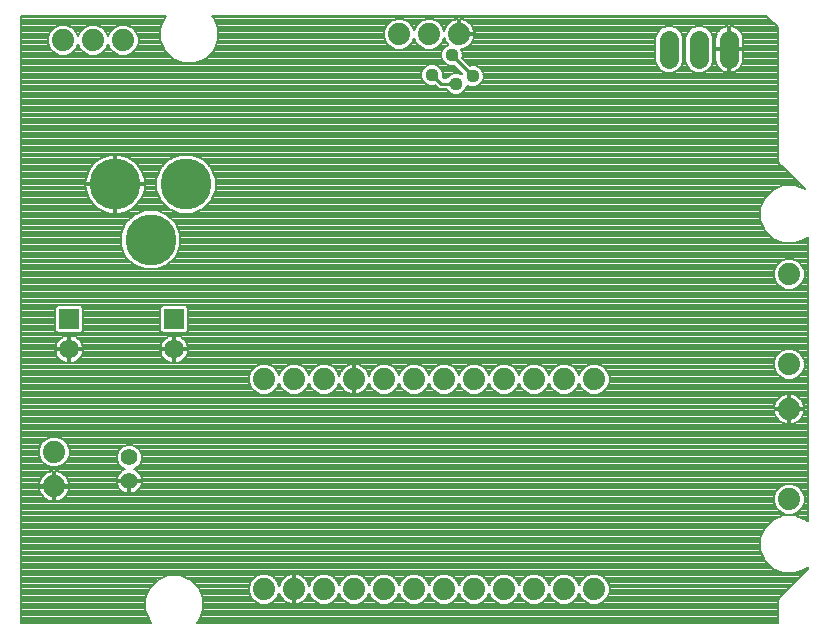
<source format=gbl>
G75*
G70*
%OFA0B0*%
%FSLAX24Y24*%
%IPPOS*%
%LPD*%
%AMOC8*
5,1,8,0,0,1.08239X$1,22.5*
%
%ADD10C,0.0740*%
%ADD11C,0.0640*%
%ADD12R,0.0650X0.0650*%
%ADD13C,0.0650*%
%ADD14C,0.0560*%
%ADD15C,0.1700*%
%ADD16C,0.0080*%
%ADD17C,0.0100*%
%ADD18C,0.0440*%
D10*
X008800Y001825D03*
X009800Y001825D03*
X010800Y001825D03*
X011800Y001825D03*
X012800Y001825D03*
X013800Y001825D03*
X014800Y001825D03*
X015800Y001825D03*
X016800Y001825D03*
X017800Y001825D03*
X018800Y001825D03*
X019800Y001825D03*
X026300Y004825D03*
X026300Y007825D03*
X026300Y009325D03*
X026300Y012325D03*
X019800Y008825D03*
X018800Y008825D03*
X017800Y008825D03*
X016800Y008825D03*
X015800Y008825D03*
X014800Y008825D03*
X013800Y008825D03*
X012800Y008825D03*
X011800Y008825D03*
X010800Y008825D03*
X009800Y008825D03*
X008800Y008825D03*
X001800Y006395D03*
X001800Y005255D03*
X002100Y020125D03*
X003100Y020125D03*
X004100Y020125D03*
X013300Y020325D03*
X014300Y020325D03*
X015300Y020325D03*
D11*
X022300Y020145D02*
X022300Y019505D01*
X023300Y019505D02*
X023300Y020145D01*
X024300Y020145D02*
X024300Y019505D01*
D12*
X005800Y010825D03*
X002300Y010825D03*
D13*
X002300Y009825D03*
X005800Y009825D03*
D14*
X004300Y006219D03*
X004300Y005431D03*
D15*
X005013Y013475D03*
X006194Y015325D03*
X003831Y015325D03*
D16*
X000690Y020935D02*
X000690Y000715D01*
X005038Y000715D01*
X004978Y000776D01*
X004830Y001132D01*
X004830Y001518D01*
X004978Y001874D01*
X005251Y002147D01*
X005607Y002295D01*
X005993Y002295D01*
X006349Y002147D01*
X006622Y001874D01*
X006770Y001518D01*
X006770Y001132D01*
X006622Y000776D01*
X006562Y000715D01*
X025910Y000715D01*
X025910Y001403D01*
X025969Y001546D01*
X026079Y001656D01*
X026910Y002487D01*
X026910Y002563D01*
X026849Y002503D01*
X026493Y002355D01*
X026107Y002355D01*
X025751Y002503D01*
X025478Y002776D01*
X025330Y003132D01*
X025330Y003518D01*
X025478Y003874D01*
X025751Y004147D01*
X026107Y004295D01*
X026493Y004295D01*
X026849Y004147D01*
X026910Y004087D01*
X026910Y013563D01*
X026849Y013503D01*
X026493Y013355D01*
X026107Y013355D01*
X025751Y013503D01*
X025478Y013776D01*
X025330Y014132D01*
X025330Y014518D01*
X025478Y014874D01*
X025751Y015147D01*
X026107Y015295D01*
X026493Y015295D01*
X026810Y015164D01*
X026079Y015894D01*
X026079Y015894D01*
X025969Y016004D01*
X025910Y016147D01*
X025910Y020563D01*
X025538Y020935D01*
X007062Y020935D01*
X007122Y020874D01*
X007270Y020518D01*
X007270Y020132D01*
X007122Y019776D01*
X006849Y019503D01*
X006493Y019355D01*
X006107Y019355D01*
X005751Y019503D01*
X005478Y019776D01*
X005330Y020132D01*
X005330Y020518D01*
X005478Y020874D01*
X005538Y020935D01*
X000690Y020935D01*
X000690Y020892D02*
X005495Y020892D01*
X005453Y020814D02*
X000690Y020814D01*
X000690Y020735D02*
X005420Y020735D01*
X005388Y020657D02*
X000690Y020657D01*
X000690Y020578D02*
X001861Y020578D01*
X001811Y020557D02*
X001668Y020414D01*
X001590Y020226D01*
X001590Y020024D01*
X001668Y019836D01*
X001811Y019693D01*
X001999Y019615D01*
X002201Y019615D01*
X002389Y019693D01*
X002532Y019836D01*
X002600Y019999D01*
X002668Y019836D01*
X002811Y019693D01*
X002999Y019615D01*
X003201Y019615D01*
X003389Y019693D01*
X003532Y019836D01*
X003600Y019999D01*
X003668Y019836D01*
X003811Y019693D01*
X003999Y019615D01*
X004201Y019615D01*
X004389Y019693D01*
X004532Y019836D01*
X004610Y020024D01*
X004610Y020226D01*
X004532Y020414D01*
X004389Y020557D01*
X004201Y020635D01*
X003999Y020635D01*
X003811Y020557D01*
X003668Y020414D01*
X003600Y020251D01*
X003532Y020414D01*
X003389Y020557D01*
X003201Y020635D01*
X002999Y020635D01*
X002811Y020557D01*
X002668Y020414D01*
X002600Y020251D01*
X002532Y020414D01*
X002389Y020557D01*
X002201Y020635D01*
X001999Y020635D01*
X001811Y020557D01*
X001753Y020500D02*
X000690Y020500D01*
X000690Y020421D02*
X001675Y020421D01*
X001638Y020343D02*
X000690Y020343D01*
X000690Y020264D02*
X001606Y020264D01*
X001590Y020186D02*
X000690Y020186D01*
X000690Y020107D02*
X001590Y020107D01*
X001590Y020029D02*
X000690Y020029D01*
X000690Y019950D02*
X001620Y019950D01*
X001653Y019872D02*
X000690Y019872D01*
X000690Y019793D02*
X001711Y019793D01*
X001789Y019715D02*
X000690Y019715D01*
X000690Y019636D02*
X001948Y019636D01*
X002252Y019636D02*
X002948Y019636D01*
X002789Y019715D02*
X002411Y019715D01*
X002489Y019793D02*
X002711Y019793D01*
X002653Y019872D02*
X002547Y019872D01*
X002580Y019950D02*
X002620Y019950D01*
X002606Y020264D02*
X002594Y020264D01*
X002562Y020343D02*
X002638Y020343D01*
X002675Y020421D02*
X002525Y020421D01*
X002447Y020500D02*
X002753Y020500D01*
X002861Y020578D02*
X002339Y020578D01*
X003339Y020578D02*
X003861Y020578D01*
X003753Y020500D02*
X003447Y020500D01*
X003525Y020421D02*
X003675Y020421D01*
X003638Y020343D02*
X003562Y020343D01*
X003594Y020264D02*
X003606Y020264D01*
X003620Y019950D02*
X003580Y019950D01*
X003547Y019872D02*
X003653Y019872D01*
X003711Y019793D02*
X003489Y019793D01*
X003411Y019715D02*
X003789Y019715D01*
X003948Y019636D02*
X003252Y019636D01*
X004252Y019636D02*
X005617Y019636D01*
X005539Y019715D02*
X004411Y019715D01*
X004489Y019793D02*
X005470Y019793D01*
X005438Y019872D02*
X004547Y019872D01*
X004580Y019950D02*
X005405Y019950D01*
X005373Y020029D02*
X004610Y020029D01*
X004610Y020107D02*
X005340Y020107D01*
X005330Y020186D02*
X004610Y020186D01*
X004594Y020264D02*
X005330Y020264D01*
X005330Y020343D02*
X004562Y020343D01*
X004525Y020421D02*
X005330Y020421D01*
X005330Y020500D02*
X004447Y020500D01*
X004339Y020578D02*
X005355Y020578D01*
X007105Y020892D02*
X025581Y020892D01*
X025660Y020814D02*
X015447Y020814D01*
X015419Y020822D02*
X015496Y020798D01*
X015567Y020761D01*
X015632Y020714D01*
X015689Y020657D01*
X015736Y020592D01*
X015773Y020521D01*
X015797Y020444D01*
X015810Y020365D01*
X015810Y020365D01*
X015340Y020365D01*
X015260Y020365D01*
X015260Y020835D01*
X015260Y020835D01*
X015181Y020822D01*
X015104Y020798D01*
X015033Y020761D01*
X014968Y020714D01*
X014911Y020657D01*
X014864Y020592D01*
X014827Y020521D01*
X014803Y020444D01*
X014732Y020614D01*
X014589Y020757D01*
X014401Y020835D01*
X014199Y020835D01*
X014011Y020757D01*
X013868Y020614D01*
X013800Y020451D01*
X013732Y020614D01*
X013589Y020757D01*
X013401Y020835D01*
X013199Y020835D01*
X013011Y020757D01*
X012868Y020614D01*
X012790Y020426D01*
X012790Y020224D01*
X012868Y020036D01*
X013011Y019893D01*
X013199Y019815D01*
X013401Y019815D01*
X013589Y019893D01*
X013732Y020036D01*
X013800Y020199D01*
X013868Y020036D01*
X014011Y019893D01*
X014199Y019815D01*
X014401Y019815D01*
X014589Y019893D01*
X014732Y020036D01*
X014803Y020206D01*
X014803Y020206D01*
X014827Y020129D01*
X014864Y020058D01*
X014911Y019993D01*
X014936Y019968D01*
X014846Y019930D01*
X014745Y019829D01*
X014690Y019697D01*
X014690Y019553D01*
X014745Y019421D01*
X014846Y019320D01*
X014978Y019265D01*
X015122Y019265D01*
X015136Y019271D01*
X015396Y019011D01*
X015390Y018997D01*
X015390Y018986D01*
X015272Y019035D01*
X015128Y019035D01*
X014996Y018980D01*
X014931Y018915D01*
X014921Y018915D01*
X014871Y018865D01*
X014779Y018865D01*
X014754Y018889D01*
X014760Y018903D01*
X014760Y019047D01*
X014705Y019179D01*
X014604Y019280D01*
X014472Y019335D01*
X014328Y019335D01*
X014196Y019280D01*
X014095Y019179D01*
X014040Y019047D01*
X014040Y018903D01*
X014095Y018771D01*
X014196Y018670D01*
X014328Y018615D01*
X014472Y018615D01*
X014486Y018621D01*
X014510Y018596D01*
X014621Y018485D01*
X014889Y018485D01*
X014895Y018471D01*
X014996Y018370D01*
X015128Y018315D01*
X015272Y018315D01*
X015404Y018370D01*
X015505Y018471D01*
X015560Y018603D01*
X015560Y018614D01*
X015678Y018565D01*
X015822Y018565D01*
X015954Y018620D01*
X016055Y018721D01*
X016110Y018853D01*
X016110Y018997D01*
X016055Y019129D01*
X015954Y019230D01*
X015822Y019285D01*
X015678Y019285D01*
X015664Y019279D01*
X015404Y019539D01*
X015410Y019553D01*
X015410Y019697D01*
X015360Y019818D01*
X015419Y019828D01*
X015496Y019852D01*
X015567Y019889D01*
X015632Y019936D01*
X015689Y019993D01*
X015736Y020058D01*
X015773Y020129D01*
X015797Y020206D01*
X015810Y020285D01*
X015340Y020285D01*
X015340Y020365D01*
X015340Y020835D01*
X015340Y020835D01*
X015419Y020822D01*
X015340Y020814D02*
X015260Y020814D01*
X015260Y020735D02*
X015340Y020735D01*
X015340Y020657D02*
X015260Y020657D01*
X015260Y020578D02*
X015340Y020578D01*
X015340Y020500D02*
X015260Y020500D01*
X015260Y020421D02*
X015340Y020421D01*
X015340Y020343D02*
X021884Y020343D01*
X021910Y020406D02*
X021840Y020236D01*
X021840Y019413D01*
X021910Y019244D01*
X022039Y019115D01*
X022208Y019045D01*
X022391Y019045D01*
X022561Y019115D01*
X022690Y019244D01*
X022760Y019413D01*
X022760Y020236D01*
X022690Y020406D01*
X022561Y020535D01*
X022391Y020605D01*
X022208Y020605D01*
X022039Y020535D01*
X021910Y020406D01*
X021926Y020421D02*
X015801Y020421D01*
X015780Y020500D02*
X022004Y020500D01*
X022143Y020578D02*
X015743Y020578D01*
X015689Y020657D02*
X025817Y020657D01*
X025738Y020735D02*
X015603Y020735D01*
X015153Y020814D02*
X014453Y020814D01*
X014611Y020735D02*
X014997Y020735D01*
X014911Y020657D02*
X014690Y020657D01*
X014747Y020578D02*
X014857Y020578D01*
X014820Y020500D02*
X014780Y020500D01*
X014803Y020444D02*
X014803Y020444D01*
X014794Y020186D02*
X014809Y020186D01*
X014839Y020107D02*
X014762Y020107D01*
X014725Y020029D02*
X014885Y020029D01*
X014894Y019950D02*
X014646Y019950D01*
X014538Y019872D02*
X014787Y019872D01*
X014730Y019793D02*
X007129Y019793D01*
X007162Y019872D02*
X013062Y019872D01*
X012954Y019950D02*
X007195Y019950D01*
X007227Y020029D02*
X012875Y020029D01*
X012838Y020107D02*
X007260Y020107D01*
X007270Y020186D02*
X012806Y020186D01*
X012790Y020264D02*
X007270Y020264D01*
X007270Y020343D02*
X012790Y020343D01*
X012790Y020421D02*
X007270Y020421D01*
X007270Y020500D02*
X012820Y020500D01*
X012853Y020578D02*
X007245Y020578D01*
X007212Y020657D02*
X012910Y020657D01*
X012989Y020735D02*
X007180Y020735D01*
X007147Y020814D02*
X013147Y020814D01*
X013453Y020814D02*
X014147Y020814D01*
X013989Y020735D02*
X013611Y020735D01*
X013690Y020657D02*
X013910Y020657D01*
X013853Y020578D02*
X013747Y020578D01*
X013780Y020500D02*
X013820Y020500D01*
X013806Y020186D02*
X013794Y020186D01*
X013762Y020107D02*
X013838Y020107D01*
X013875Y020029D02*
X013725Y020029D01*
X013646Y019950D02*
X013954Y019950D01*
X014062Y019872D02*
X013538Y019872D01*
X014297Y019322D02*
X000690Y019322D01*
X000690Y019244D02*
X014159Y019244D01*
X014089Y019165D02*
X000690Y019165D01*
X000690Y019087D02*
X014057Y019087D01*
X014040Y019008D02*
X000690Y019008D01*
X000690Y018930D02*
X014040Y018930D01*
X014062Y018851D02*
X000690Y018851D01*
X000690Y018773D02*
X014094Y018773D01*
X014172Y018694D02*
X000690Y018694D01*
X000690Y018616D02*
X014327Y018616D01*
X014473Y018616D02*
X014491Y018616D01*
X014569Y018537D02*
X000690Y018537D01*
X000690Y018459D02*
X014907Y018459D01*
X014986Y018380D02*
X000690Y018380D01*
X000690Y018302D02*
X025910Y018302D01*
X025910Y018380D02*
X015414Y018380D01*
X015493Y018459D02*
X025910Y018459D01*
X025910Y018537D02*
X015533Y018537D01*
X015944Y018616D02*
X025910Y018616D01*
X025910Y018694D02*
X016028Y018694D01*
X016077Y018773D02*
X025910Y018773D01*
X025910Y018851D02*
X016109Y018851D01*
X016110Y018930D02*
X025910Y018930D01*
X025910Y019008D02*
X016105Y019008D01*
X016073Y019087D02*
X022108Y019087D01*
X021989Y019165D02*
X016019Y019165D01*
X015922Y019244D02*
X021911Y019244D01*
X021878Y019322D02*
X015622Y019322D01*
X015543Y019401D02*
X021845Y019401D01*
X021840Y019479D02*
X015465Y019479D01*
X015410Y019558D02*
X021840Y019558D01*
X021840Y019636D02*
X015410Y019636D01*
X015403Y019715D02*
X021840Y019715D01*
X021840Y019793D02*
X015370Y019793D01*
X015533Y019872D02*
X021840Y019872D01*
X021840Y019950D02*
X015646Y019950D01*
X015715Y020029D02*
X021840Y020029D01*
X021840Y020107D02*
X015761Y020107D01*
X015791Y020186D02*
X021840Y020186D01*
X021851Y020264D02*
X015807Y020264D01*
X015810Y020285D02*
X015810Y020285D01*
X014697Y019715D02*
X007061Y019715D01*
X006983Y019636D02*
X014690Y019636D01*
X014690Y019558D02*
X006904Y019558D01*
X006792Y019479D02*
X014721Y019479D01*
X014765Y019401D02*
X006603Y019401D01*
X005997Y019401D02*
X000690Y019401D01*
X000690Y019479D02*
X005808Y019479D01*
X005696Y019558D02*
X000690Y019558D01*
X000690Y018223D02*
X025910Y018223D01*
X025910Y018145D02*
X000690Y018145D01*
X000690Y018066D02*
X025910Y018066D01*
X025910Y017988D02*
X000690Y017988D01*
X000690Y017909D02*
X025910Y017909D01*
X025910Y017831D02*
X000690Y017831D01*
X000690Y017752D02*
X025910Y017752D01*
X025910Y017674D02*
X000690Y017674D01*
X000690Y017595D02*
X025910Y017595D01*
X025910Y017517D02*
X000690Y017517D01*
X000690Y017438D02*
X025910Y017438D01*
X025910Y017360D02*
X000690Y017360D01*
X000690Y017281D02*
X025910Y017281D01*
X025910Y017203D02*
X000690Y017203D01*
X000690Y017124D02*
X025910Y017124D01*
X025910Y017046D02*
X000690Y017046D01*
X000690Y016967D02*
X025910Y016967D01*
X025910Y016889D02*
X000690Y016889D01*
X000690Y016810D02*
X025910Y016810D01*
X025910Y016732D02*
X000690Y016732D01*
X000690Y016653D02*
X025910Y016653D01*
X025910Y016575D02*
X000690Y016575D01*
X000690Y016496D02*
X025910Y016496D01*
X025910Y016418D02*
X000690Y016418D01*
X000690Y016339D02*
X025910Y016339D01*
X025910Y016261D02*
X006522Y016261D01*
X006391Y016315D02*
X005997Y016315D01*
X005633Y016164D01*
X005354Y015886D01*
X005204Y015522D01*
X005204Y015128D01*
X005354Y014764D01*
X005633Y014486D01*
X005997Y014335D01*
X006391Y014335D01*
X006754Y014486D01*
X007033Y014764D01*
X007184Y015128D01*
X007184Y015522D01*
X007033Y015886D01*
X006754Y016164D01*
X006391Y016315D01*
X006712Y016182D02*
X025910Y016182D01*
X025928Y016104D02*
X006815Y016104D01*
X006894Y016025D02*
X025961Y016025D01*
X026027Y015947D02*
X006972Y015947D01*
X007040Y015868D02*
X026105Y015868D01*
X026184Y015790D02*
X007073Y015790D01*
X007105Y015711D02*
X026262Y015711D01*
X026341Y015633D02*
X007138Y015633D01*
X007170Y015554D02*
X026419Y015554D01*
X026498Y015476D02*
X007184Y015476D01*
X007184Y015397D02*
X026576Y015397D01*
X026655Y015319D02*
X007184Y015319D01*
X007184Y015240D02*
X025975Y015240D01*
X025785Y015162D02*
X007184Y015162D01*
X007165Y015083D02*
X025686Y015083D01*
X025608Y015005D02*
X007133Y015005D01*
X007100Y014926D02*
X025529Y014926D01*
X025467Y014848D02*
X007068Y014848D01*
X007035Y014769D02*
X025434Y014769D01*
X025402Y014691D02*
X006959Y014691D01*
X006881Y014612D02*
X025369Y014612D01*
X025337Y014534D02*
X006802Y014534D01*
X006680Y014455D02*
X025330Y014455D01*
X025330Y014377D02*
X006491Y014377D01*
X005896Y014377D02*
X005422Y014377D01*
X005573Y014314D02*
X005210Y014465D01*
X004816Y014465D01*
X004452Y014314D01*
X004173Y014035D01*
X004023Y013672D01*
X004023Y013278D01*
X004173Y012914D01*
X004452Y012635D01*
X004816Y012485D01*
X005210Y012485D01*
X005573Y012635D01*
X005852Y012914D01*
X006003Y013278D01*
X006003Y013672D01*
X005852Y014035D01*
X005573Y014314D01*
X005589Y014298D02*
X025330Y014298D01*
X025330Y014220D02*
X005668Y014220D01*
X005746Y014141D02*
X025330Y014141D01*
X025359Y014063D02*
X005825Y014063D01*
X005873Y013984D02*
X025391Y013984D01*
X025424Y013906D02*
X005906Y013906D01*
X005938Y013827D02*
X025456Y013827D01*
X025505Y013749D02*
X005971Y013749D01*
X006003Y013670D02*
X025583Y013670D01*
X025662Y013592D02*
X006003Y013592D01*
X006003Y013513D02*
X025740Y013513D01*
X025915Y013435D02*
X006003Y013435D01*
X006003Y013356D02*
X026105Y013356D01*
X026495Y013356D02*
X026910Y013356D01*
X026910Y013278D02*
X006003Y013278D01*
X005970Y013199D02*
X026910Y013199D01*
X026910Y013121D02*
X005938Y013121D01*
X005905Y013042D02*
X026910Y013042D01*
X026910Y012964D02*
X005872Y012964D01*
X005823Y012885D02*
X026910Y012885D01*
X026910Y012807D02*
X026470Y012807D01*
X026401Y012835D02*
X026199Y012835D01*
X026011Y012757D01*
X025868Y012614D01*
X025790Y012426D01*
X025790Y012224D01*
X025868Y012036D01*
X026011Y011893D01*
X026199Y011815D01*
X026401Y011815D01*
X026589Y011893D01*
X026732Y012036D01*
X026810Y012224D01*
X026810Y012426D01*
X026732Y012614D01*
X026589Y012757D01*
X026401Y012835D01*
X026618Y012728D02*
X026910Y012728D01*
X026910Y012650D02*
X026697Y012650D01*
X026750Y012571D02*
X026910Y012571D01*
X026910Y012493D02*
X026783Y012493D01*
X026810Y012414D02*
X026910Y012414D01*
X026910Y012336D02*
X026810Y012336D01*
X026810Y012257D02*
X026910Y012257D01*
X026910Y012179D02*
X026791Y012179D01*
X026759Y012100D02*
X026910Y012100D01*
X026910Y012022D02*
X026718Y012022D01*
X026639Y011943D02*
X026910Y011943D01*
X026910Y011865D02*
X026521Y011865D01*
X026910Y011786D02*
X000690Y011786D01*
X000690Y011708D02*
X026910Y011708D01*
X026910Y011629D02*
X000690Y011629D01*
X000690Y011551D02*
X026910Y011551D01*
X026910Y011472D02*
X000690Y011472D01*
X000690Y011394D02*
X026910Y011394D01*
X026910Y011315D02*
X000690Y011315D01*
X000690Y011237D02*
X001864Y011237D01*
X001835Y011208D02*
X001835Y010442D01*
X001917Y010360D01*
X002683Y010360D01*
X002765Y010442D01*
X002765Y011208D01*
X002683Y011290D01*
X001917Y011290D01*
X001835Y011208D01*
X001835Y011158D02*
X000690Y011158D01*
X000690Y011080D02*
X001835Y011080D01*
X001835Y011001D02*
X000690Y011001D01*
X000690Y010923D02*
X001835Y010923D01*
X001835Y010844D02*
X000690Y010844D01*
X000690Y010766D02*
X001835Y010766D01*
X001835Y010687D02*
X000690Y010687D01*
X000690Y010609D02*
X001835Y010609D01*
X001835Y010530D02*
X000690Y010530D01*
X000690Y010452D02*
X001835Y010452D01*
X001904Y010373D02*
X000690Y010373D01*
X000690Y010295D02*
X026910Y010295D01*
X026910Y010373D02*
X006196Y010373D01*
X006183Y010360D02*
X006265Y010442D01*
X006265Y011208D01*
X006183Y011290D01*
X005417Y011290D01*
X005335Y011208D01*
X005335Y010442D01*
X005417Y010360D01*
X006183Y010360D01*
X006265Y010452D02*
X026910Y010452D01*
X026910Y010530D02*
X006265Y010530D01*
X006265Y010609D02*
X026910Y010609D01*
X026910Y010687D02*
X006265Y010687D01*
X006265Y010766D02*
X026910Y010766D01*
X026910Y010844D02*
X006265Y010844D01*
X006265Y010923D02*
X026910Y010923D01*
X026910Y011001D02*
X006265Y011001D01*
X006265Y011080D02*
X026910Y011080D01*
X026910Y011158D02*
X006265Y011158D01*
X006236Y011237D02*
X026910Y011237D01*
X026079Y011865D02*
X000690Y011865D01*
X000690Y011943D02*
X025961Y011943D01*
X025882Y012022D02*
X000690Y012022D01*
X000690Y012100D02*
X025841Y012100D01*
X025809Y012179D02*
X000690Y012179D01*
X000690Y012257D02*
X025790Y012257D01*
X025790Y012336D02*
X000690Y012336D01*
X000690Y012414D02*
X025790Y012414D01*
X025817Y012493D02*
X005229Y012493D01*
X005418Y012571D02*
X025850Y012571D01*
X025903Y012650D02*
X005588Y012650D01*
X005666Y012728D02*
X025982Y012728D01*
X026130Y012807D02*
X005745Y012807D01*
X004797Y012493D02*
X000690Y012493D01*
X000690Y012571D02*
X004607Y012571D01*
X004438Y012650D02*
X000690Y012650D01*
X000690Y012728D02*
X004359Y012728D01*
X004281Y012807D02*
X000690Y012807D01*
X000690Y012885D02*
X004202Y012885D01*
X004153Y012964D02*
X000690Y012964D01*
X000690Y013042D02*
X004120Y013042D01*
X004088Y013121D02*
X000690Y013121D01*
X000690Y013199D02*
X004055Y013199D01*
X004023Y013278D02*
X000690Y013278D01*
X000690Y013356D02*
X004023Y013356D01*
X004023Y013435D02*
X000690Y013435D01*
X000690Y013513D02*
X004023Y013513D01*
X004023Y013592D02*
X000690Y013592D01*
X000690Y013670D02*
X004023Y013670D01*
X004054Y013749D02*
X000690Y013749D01*
X000690Y013827D02*
X004087Y013827D01*
X004120Y013906D02*
X000690Y013906D01*
X000690Y013984D02*
X004152Y013984D01*
X004200Y014063D02*
X000690Y014063D01*
X000690Y014141D02*
X004279Y014141D01*
X004357Y014220D02*
X000690Y014220D01*
X000690Y014298D02*
X004436Y014298D01*
X004603Y014377D02*
X004118Y014377D01*
X004106Y014372D02*
X004211Y014409D01*
X004311Y014457D01*
X004405Y014516D01*
X004492Y014586D01*
X004571Y014664D01*
X004640Y014751D01*
X004699Y014845D01*
X004748Y014946D01*
X004784Y015050D01*
X004809Y015159D01*
X004821Y015269D01*
X004821Y015285D01*
X003872Y015285D01*
X003872Y015365D01*
X004821Y015365D01*
X004821Y015381D01*
X004809Y015491D01*
X004784Y015599D01*
X004748Y015704D01*
X004699Y015805D01*
X004640Y015899D01*
X004571Y015986D01*
X004492Y016064D01*
X004405Y016134D01*
X004311Y016193D01*
X004211Y016241D01*
X004106Y016278D01*
X003998Y016303D01*
X003887Y016315D01*
X003871Y016315D01*
X003871Y015365D01*
X003791Y015365D01*
X003791Y015285D01*
X002841Y015285D01*
X002841Y015269D01*
X002854Y015159D01*
X002879Y015050D01*
X002915Y014946D01*
X002964Y014845D01*
X003023Y014751D01*
X003092Y014664D01*
X003171Y014586D01*
X003258Y014516D01*
X003352Y014457D01*
X003452Y014409D01*
X003557Y014372D01*
X003665Y014347D01*
X003776Y014335D01*
X003791Y014335D01*
X003791Y015285D01*
X003871Y015285D01*
X003871Y014335D01*
X003887Y014335D01*
X003998Y014347D01*
X004106Y014372D01*
X004307Y014455D02*
X004793Y014455D01*
X004592Y014691D02*
X005428Y014691D01*
X005352Y014769D02*
X004651Y014769D01*
X004700Y014848D02*
X005320Y014848D01*
X005287Y014926D02*
X004738Y014926D01*
X004768Y015005D02*
X005255Y015005D01*
X005222Y015083D02*
X004792Y015083D01*
X004809Y015162D02*
X005204Y015162D01*
X005204Y015240D02*
X004818Y015240D01*
X004820Y015397D02*
X005204Y015397D01*
X005204Y015319D02*
X003872Y015319D01*
X003871Y015397D02*
X003791Y015397D01*
X003791Y015365D02*
X003791Y016315D01*
X003776Y016315D01*
X003665Y016303D01*
X003557Y016278D01*
X003452Y016241D01*
X003352Y016193D01*
X003258Y016134D01*
X003171Y016064D01*
X003092Y015986D01*
X003023Y015899D01*
X002964Y015805D01*
X002915Y015704D01*
X002879Y015599D01*
X002854Y015491D01*
X002841Y015381D01*
X002841Y015365D01*
X003791Y015365D01*
X003791Y015319D02*
X000690Y015319D01*
X000690Y015397D02*
X002843Y015397D01*
X002852Y015476D02*
X000690Y015476D01*
X000690Y015554D02*
X002868Y015554D01*
X002890Y015633D02*
X000690Y015633D01*
X000690Y015711D02*
X002919Y015711D01*
X002956Y015790D02*
X000690Y015790D01*
X000690Y015868D02*
X003004Y015868D01*
X003061Y015947D02*
X000690Y015947D01*
X000690Y016025D02*
X003131Y016025D01*
X003220Y016104D02*
X000690Y016104D01*
X000690Y016182D02*
X003335Y016182D01*
X003508Y016261D02*
X000690Y016261D01*
X000690Y015240D02*
X002845Y015240D01*
X002854Y015162D02*
X000690Y015162D01*
X000690Y015083D02*
X002871Y015083D01*
X002895Y015005D02*
X000690Y015005D01*
X000690Y014926D02*
X002925Y014926D01*
X002963Y014848D02*
X000690Y014848D01*
X000690Y014769D02*
X003012Y014769D01*
X003071Y014691D02*
X000690Y014691D01*
X000690Y014612D02*
X003144Y014612D01*
X003236Y014534D02*
X000690Y014534D01*
X000690Y014455D02*
X003356Y014455D01*
X003545Y014377D02*
X000690Y014377D01*
X003791Y014377D02*
X003871Y014377D01*
X003871Y014455D02*
X003791Y014455D01*
X003791Y014534D02*
X003871Y014534D01*
X003871Y014612D02*
X003791Y014612D01*
X003791Y014691D02*
X003871Y014691D01*
X003871Y014769D02*
X003791Y014769D01*
X003791Y014848D02*
X003871Y014848D01*
X003871Y014926D02*
X003791Y014926D01*
X003791Y015005D02*
X003871Y015005D01*
X003871Y015083D02*
X003791Y015083D01*
X003791Y015162D02*
X003871Y015162D01*
X003871Y015240D02*
X003791Y015240D01*
X003791Y015476D02*
X003871Y015476D01*
X003871Y015554D02*
X003791Y015554D01*
X003791Y015633D02*
X003871Y015633D01*
X003871Y015711D02*
X003791Y015711D01*
X003791Y015790D02*
X003871Y015790D01*
X003871Y015868D02*
X003791Y015868D01*
X003791Y015947D02*
X003871Y015947D01*
X003871Y016025D02*
X003791Y016025D01*
X003791Y016104D02*
X003871Y016104D01*
X003871Y016182D02*
X003791Y016182D01*
X003791Y016261D02*
X003871Y016261D01*
X004155Y016261D02*
X005865Y016261D01*
X005676Y016182D02*
X004328Y016182D01*
X004443Y016104D02*
X005572Y016104D01*
X005494Y016025D02*
X004532Y016025D01*
X004602Y015947D02*
X005415Y015947D01*
X005347Y015868D02*
X004659Y015868D01*
X004707Y015790D02*
X005315Y015790D01*
X005282Y015711D02*
X004744Y015711D01*
X004773Y015633D02*
X005250Y015633D01*
X005217Y015554D02*
X004795Y015554D01*
X004811Y015476D02*
X005204Y015476D01*
X005507Y014612D02*
X004519Y014612D01*
X004427Y014534D02*
X005585Y014534D01*
X005707Y014455D02*
X005233Y014455D01*
X005364Y011237D02*
X002736Y011237D01*
X002765Y011158D02*
X005335Y011158D01*
X005335Y011080D02*
X002765Y011080D01*
X002765Y011001D02*
X005335Y011001D01*
X005335Y010923D02*
X002765Y010923D01*
X002765Y010844D02*
X005335Y010844D01*
X005335Y010766D02*
X002765Y010766D01*
X002765Y010687D02*
X005335Y010687D01*
X005335Y010609D02*
X002765Y010609D01*
X002765Y010530D02*
X005335Y010530D01*
X005335Y010452D02*
X002765Y010452D01*
X002696Y010373D02*
X005404Y010373D01*
X005547Y010216D02*
X002553Y010216D01*
X002544Y010223D02*
X002478Y010256D01*
X002409Y010279D01*
X002337Y010290D01*
X002329Y010290D01*
X002329Y009854D01*
X002271Y009854D01*
X002271Y010290D01*
X002263Y010290D01*
X002191Y010279D01*
X002122Y010256D01*
X002056Y010223D01*
X001997Y010180D01*
X001945Y010128D01*
X001902Y010069D01*
X001869Y010003D01*
X001846Y009934D01*
X001835Y009862D01*
X001835Y009854D01*
X002271Y009854D01*
X002271Y009796D01*
X001835Y009796D01*
X001835Y009788D01*
X001846Y009716D01*
X001869Y009647D01*
X001902Y009581D01*
X001945Y009522D01*
X001997Y009470D01*
X002056Y009427D01*
X002122Y009394D01*
X002191Y009371D01*
X002263Y009360D01*
X002271Y009360D01*
X002271Y009796D01*
X002329Y009796D01*
X002329Y009854D01*
X002765Y009854D01*
X002765Y009862D01*
X002754Y009934D01*
X002731Y010003D01*
X002698Y010069D01*
X002655Y010128D01*
X002603Y010180D01*
X002544Y010223D01*
X002645Y010138D02*
X005455Y010138D01*
X005445Y010128D02*
X005402Y010069D01*
X005369Y010003D01*
X005346Y009934D01*
X005335Y009862D01*
X005335Y009854D01*
X005771Y009854D01*
X005771Y010290D01*
X005763Y010290D01*
X005691Y010279D01*
X005622Y010256D01*
X005556Y010223D01*
X005497Y010180D01*
X005445Y010128D01*
X005397Y010059D02*
X002703Y010059D01*
X002738Y009981D02*
X005362Y009981D01*
X005341Y009902D02*
X002759Y009902D01*
X002765Y009796D02*
X002329Y009796D01*
X002329Y009360D01*
X002337Y009360D01*
X002409Y009371D01*
X002478Y009394D01*
X002544Y009427D01*
X002603Y009470D01*
X002655Y009522D01*
X002698Y009581D01*
X002731Y009647D01*
X002754Y009716D01*
X002765Y009788D01*
X002765Y009796D01*
X002758Y009745D02*
X005342Y009745D01*
X005346Y009716D02*
X005335Y009788D01*
X005335Y009796D01*
X005771Y009796D01*
X005771Y009854D01*
X005829Y009854D01*
X005829Y010290D01*
X005837Y010290D01*
X005909Y010279D01*
X005978Y010256D01*
X006044Y010223D01*
X006103Y010180D01*
X006155Y010128D01*
X006198Y010069D01*
X006231Y010003D01*
X006254Y009934D01*
X006265Y009862D01*
X006265Y009854D01*
X005829Y009854D01*
X005829Y009796D01*
X006265Y009796D01*
X006265Y009788D01*
X006254Y009716D01*
X006231Y009647D01*
X006198Y009581D01*
X006155Y009522D01*
X006103Y009470D01*
X006044Y009427D01*
X005978Y009394D01*
X005909Y009371D01*
X005837Y009360D01*
X005829Y009360D01*
X005829Y009796D01*
X005771Y009796D01*
X005771Y009360D01*
X005763Y009360D01*
X005691Y009371D01*
X005622Y009394D01*
X005556Y009427D01*
X005497Y009470D01*
X005445Y009522D01*
X005402Y009581D01*
X005369Y009647D01*
X005346Y009716D01*
X005363Y009667D02*
X002737Y009667D01*
X002701Y009588D02*
X005399Y009588D01*
X005458Y009510D02*
X002642Y009510D01*
X002549Y009431D02*
X005551Y009431D01*
X005771Y009431D02*
X005829Y009431D01*
X005829Y009510D02*
X005771Y009510D01*
X005771Y009588D02*
X005829Y009588D01*
X005829Y009667D02*
X005771Y009667D01*
X005771Y009745D02*
X005829Y009745D01*
X005829Y009824D02*
X026171Y009824D01*
X026199Y009835D02*
X026011Y009757D01*
X025868Y009614D01*
X025790Y009426D01*
X025790Y009224D01*
X025868Y009036D01*
X026011Y008893D01*
X026199Y008815D01*
X026401Y008815D01*
X026589Y008893D01*
X026732Y009036D01*
X026810Y009224D01*
X026810Y009426D01*
X026732Y009614D01*
X026589Y009757D01*
X026401Y009835D01*
X026199Y009835D01*
X025999Y009745D02*
X006258Y009745D01*
X006237Y009667D02*
X025920Y009667D01*
X025857Y009588D02*
X006201Y009588D01*
X006142Y009510D02*
X025824Y009510D01*
X025792Y009431D02*
X006049Y009431D01*
X005771Y009824D02*
X002329Y009824D01*
X002271Y009824D02*
X000690Y009824D01*
X000690Y009902D02*
X001841Y009902D01*
X001862Y009981D02*
X000690Y009981D01*
X000690Y010059D02*
X001897Y010059D01*
X001955Y010138D02*
X000690Y010138D01*
X000690Y010216D02*
X002047Y010216D01*
X002271Y010216D02*
X002329Y010216D01*
X002329Y010138D02*
X002271Y010138D01*
X002271Y010059D02*
X002329Y010059D01*
X002329Y009981D02*
X002271Y009981D01*
X002271Y009902D02*
X002329Y009902D01*
X002329Y009745D02*
X002271Y009745D01*
X002271Y009667D02*
X002329Y009667D01*
X002329Y009588D02*
X002271Y009588D01*
X002271Y009510D02*
X002329Y009510D01*
X002329Y009431D02*
X002271Y009431D01*
X002051Y009431D02*
X000690Y009431D01*
X000690Y009353D02*
X025790Y009353D01*
X025790Y009274D02*
X020049Y009274D01*
X020089Y009257D02*
X019901Y009335D01*
X019699Y009335D01*
X019511Y009257D01*
X019368Y009114D01*
X019300Y008951D01*
X019232Y009114D01*
X019089Y009257D01*
X018901Y009335D01*
X018699Y009335D01*
X018511Y009257D01*
X018368Y009114D01*
X018300Y008951D01*
X018232Y009114D01*
X018089Y009257D01*
X017901Y009335D01*
X017699Y009335D01*
X017511Y009257D01*
X017368Y009114D01*
X017300Y008951D01*
X017232Y009114D01*
X017089Y009257D01*
X016901Y009335D01*
X016699Y009335D01*
X016511Y009257D01*
X016368Y009114D01*
X016300Y008951D01*
X016232Y009114D01*
X016089Y009257D01*
X015901Y009335D01*
X015699Y009335D01*
X015511Y009257D01*
X015368Y009114D01*
X015300Y008951D01*
X015232Y009114D01*
X015089Y009257D01*
X014901Y009335D01*
X014699Y009335D01*
X014511Y009257D01*
X014368Y009114D01*
X014300Y008951D01*
X014232Y009114D01*
X014089Y009257D01*
X013901Y009335D01*
X013699Y009335D01*
X013511Y009257D01*
X013368Y009114D01*
X013300Y008951D01*
X013232Y009114D01*
X013089Y009257D01*
X012901Y009335D01*
X012699Y009335D01*
X012511Y009257D01*
X012368Y009114D01*
X012297Y008944D01*
X012297Y008944D01*
X012273Y009021D01*
X012236Y009092D01*
X012189Y009157D01*
X012132Y009214D01*
X012067Y009261D01*
X011996Y009298D01*
X011919Y009322D01*
X011840Y009335D01*
X011840Y008865D01*
X011760Y008865D01*
X011760Y009335D01*
X011760Y009335D01*
X011681Y009322D01*
X011604Y009298D01*
X011533Y009261D01*
X011468Y009214D01*
X011411Y009157D01*
X011364Y009092D01*
X011327Y009021D01*
X011303Y008944D01*
X011232Y009114D01*
X011089Y009257D01*
X010901Y009335D01*
X010699Y009335D01*
X010511Y009257D01*
X010368Y009114D01*
X010300Y008951D01*
X010232Y009114D01*
X010089Y009257D01*
X009901Y009335D01*
X009699Y009335D01*
X009511Y009257D01*
X009368Y009114D01*
X009300Y008951D01*
X009232Y009114D01*
X009089Y009257D01*
X008901Y009335D01*
X008699Y009335D01*
X008511Y009257D01*
X008368Y009114D01*
X008290Y008926D01*
X008290Y008724D01*
X008368Y008536D01*
X008511Y008393D01*
X008699Y008315D01*
X008901Y008315D01*
X009089Y008393D01*
X009232Y008536D01*
X009300Y008699D01*
X009368Y008536D01*
X009511Y008393D01*
X009699Y008315D01*
X009901Y008315D01*
X010089Y008393D01*
X010232Y008536D01*
X010300Y008699D01*
X010368Y008536D01*
X010511Y008393D01*
X010699Y008315D01*
X010901Y008315D01*
X011089Y008393D01*
X011232Y008536D01*
X011303Y008706D01*
X011303Y008706D01*
X011327Y008629D01*
X011364Y008558D01*
X011411Y008493D01*
X011468Y008436D01*
X011533Y008389D01*
X011604Y008352D01*
X011681Y008328D01*
X011760Y008315D01*
X011760Y008785D01*
X011840Y008785D01*
X011840Y008315D01*
X011840Y008315D01*
X011919Y008328D01*
X011996Y008352D01*
X012067Y008389D01*
X012132Y008436D01*
X012189Y008493D01*
X012236Y008558D01*
X012273Y008629D01*
X012297Y008706D01*
X012368Y008536D01*
X012511Y008393D01*
X012699Y008315D01*
X012901Y008315D01*
X013089Y008393D01*
X013232Y008536D01*
X013300Y008699D01*
X013368Y008536D01*
X013511Y008393D01*
X013699Y008315D01*
X013901Y008315D01*
X014089Y008393D01*
X014232Y008536D01*
X014300Y008699D01*
X014368Y008536D01*
X014511Y008393D01*
X014699Y008315D01*
X014901Y008315D01*
X015089Y008393D01*
X015232Y008536D01*
X015300Y008699D01*
X015368Y008536D01*
X015511Y008393D01*
X015699Y008315D01*
X015901Y008315D01*
X016089Y008393D01*
X016232Y008536D01*
X016300Y008699D01*
X016368Y008536D01*
X016511Y008393D01*
X016699Y008315D01*
X016901Y008315D01*
X017089Y008393D01*
X017232Y008536D01*
X017300Y008699D01*
X017368Y008536D01*
X017511Y008393D01*
X017699Y008315D01*
X017901Y008315D01*
X018089Y008393D01*
X018232Y008536D01*
X018300Y008699D01*
X018368Y008536D01*
X018511Y008393D01*
X018699Y008315D01*
X018901Y008315D01*
X019089Y008393D01*
X019232Y008536D01*
X019300Y008699D01*
X019368Y008536D01*
X019511Y008393D01*
X019699Y008315D01*
X019901Y008315D01*
X020089Y008393D01*
X020232Y008536D01*
X020310Y008724D01*
X020310Y008926D01*
X020232Y009114D01*
X020089Y009257D01*
X020151Y009196D02*
X025802Y009196D01*
X025834Y009117D02*
X020229Y009117D01*
X020264Y009039D02*
X025867Y009039D01*
X025944Y008960D02*
X020296Y008960D01*
X020310Y008882D02*
X026038Y008882D01*
X026562Y008882D02*
X026910Y008882D01*
X026910Y008960D02*
X026656Y008960D01*
X026733Y009039D02*
X026910Y009039D01*
X026910Y009117D02*
X026766Y009117D01*
X026798Y009196D02*
X026910Y009196D01*
X026910Y009274D02*
X026810Y009274D01*
X026810Y009353D02*
X026910Y009353D01*
X026910Y009431D02*
X026808Y009431D01*
X026776Y009510D02*
X026910Y009510D01*
X026910Y009588D02*
X026743Y009588D01*
X026680Y009667D02*
X026910Y009667D01*
X026910Y009745D02*
X026601Y009745D01*
X026429Y009824D02*
X026910Y009824D01*
X026910Y009902D02*
X006259Y009902D01*
X006238Y009981D02*
X026910Y009981D01*
X026910Y010059D02*
X006203Y010059D01*
X006145Y010138D02*
X026910Y010138D01*
X026910Y010216D02*
X006053Y010216D01*
X005829Y010216D02*
X005771Y010216D01*
X005771Y010138D02*
X005829Y010138D01*
X005829Y010059D02*
X005771Y010059D01*
X005771Y009981D02*
X005829Y009981D01*
X005829Y009902D02*
X005771Y009902D01*
X008304Y008960D02*
X000690Y008960D01*
X000690Y008882D02*
X008290Y008882D01*
X008290Y008803D02*
X000690Y008803D01*
X000690Y008725D02*
X008290Y008725D01*
X008322Y008646D02*
X000690Y008646D01*
X000690Y008568D02*
X008355Y008568D01*
X008415Y008489D02*
X000690Y008489D01*
X000690Y008411D02*
X008493Y008411D01*
X008657Y008332D02*
X000690Y008332D01*
X000690Y008254D02*
X026022Y008254D01*
X026033Y008261D02*
X025968Y008214D01*
X025911Y008157D01*
X025864Y008092D01*
X025827Y008021D01*
X025803Y007944D01*
X025790Y007865D01*
X026260Y007865D01*
X026260Y008335D01*
X026260Y008335D01*
X026181Y008322D01*
X026104Y008298D01*
X026033Y008261D01*
X025929Y008175D02*
X000690Y008175D01*
X000690Y008097D02*
X025867Y008097D01*
X025826Y008018D02*
X000690Y008018D01*
X000690Y007940D02*
X025802Y007940D01*
X025790Y007865D02*
X025790Y007865D01*
X025790Y007785D02*
X025790Y007785D01*
X026260Y007785D01*
X026260Y007865D01*
X026340Y007865D01*
X026340Y008335D01*
X026340Y008335D01*
X026419Y008322D01*
X026496Y008298D01*
X026567Y008261D01*
X026632Y008214D01*
X026689Y008157D01*
X026736Y008092D01*
X026773Y008021D01*
X026797Y007944D01*
X026810Y007865D01*
X026810Y007865D01*
X026340Y007865D01*
X026340Y007785D01*
X026810Y007785D01*
X026810Y007785D01*
X026797Y007706D01*
X026773Y007629D01*
X026736Y007558D01*
X026689Y007493D01*
X026632Y007436D01*
X026567Y007389D01*
X026496Y007352D01*
X026419Y007328D01*
X026340Y007315D01*
X026340Y007315D01*
X026340Y007785D01*
X026260Y007785D01*
X026260Y007315D01*
X026260Y007315D01*
X026181Y007328D01*
X026104Y007352D01*
X026033Y007389D01*
X025968Y007436D01*
X025911Y007493D01*
X025864Y007558D01*
X025827Y007629D01*
X025803Y007706D01*
X025790Y007785D01*
X025790Y007783D02*
X000690Y007783D01*
X000690Y007861D02*
X026260Y007861D01*
X026260Y007783D02*
X026340Y007783D01*
X026340Y007861D02*
X026910Y007861D01*
X026910Y007783D02*
X026810Y007783D01*
X026797Y007704D02*
X026910Y007704D01*
X026910Y007626D02*
X026771Y007626D01*
X026728Y007547D02*
X026910Y007547D01*
X026910Y007469D02*
X026665Y007469D01*
X026569Y007390D02*
X026910Y007390D01*
X026910Y007312D02*
X000690Y007312D01*
X000690Y007390D02*
X026031Y007390D01*
X025935Y007469D02*
X000690Y007469D01*
X000690Y007547D02*
X025872Y007547D01*
X025829Y007626D02*
X000690Y007626D01*
X000690Y007704D02*
X025803Y007704D01*
X026260Y007704D02*
X026340Y007704D01*
X026340Y007626D02*
X026260Y007626D01*
X026260Y007547D02*
X026340Y007547D01*
X026340Y007469D02*
X026260Y007469D01*
X026260Y007390D02*
X026340Y007390D01*
X026910Y007233D02*
X000690Y007233D01*
X000690Y007155D02*
X026910Y007155D01*
X026910Y007076D02*
X000690Y007076D01*
X000690Y006998D02*
X026910Y006998D01*
X026910Y006919D02*
X000690Y006919D01*
X000690Y006841D02*
X001543Y006841D01*
X001511Y006827D02*
X001368Y006684D01*
X001290Y006496D01*
X001290Y006294D01*
X001368Y006106D01*
X001511Y005963D01*
X001699Y005885D01*
X001901Y005885D01*
X002089Y005963D01*
X002232Y006106D01*
X002310Y006294D01*
X002310Y006496D01*
X002232Y006684D01*
X002089Y006827D01*
X001901Y006905D01*
X001699Y006905D01*
X001511Y006827D01*
X001446Y006762D02*
X000690Y006762D01*
X000690Y006684D02*
X001367Y006684D01*
X001335Y006605D02*
X000690Y006605D01*
X000690Y006527D02*
X001302Y006527D01*
X001290Y006448D02*
X000690Y006448D01*
X000690Y006370D02*
X001290Y006370D01*
X001291Y006291D02*
X000690Y006291D01*
X000690Y006213D02*
X001324Y006213D01*
X001356Y006134D02*
X000690Y006134D01*
X000690Y006056D02*
X001418Y006056D01*
X001497Y005977D02*
X000690Y005977D01*
X000690Y005899D02*
X001666Y005899D01*
X001681Y005752D02*
X001760Y005765D01*
X001760Y005765D01*
X001760Y005295D01*
X001840Y005295D01*
X002310Y005295D01*
X002310Y005295D01*
X002297Y005374D01*
X002273Y005451D01*
X002236Y005522D01*
X002189Y005587D01*
X002132Y005644D01*
X002067Y005691D01*
X001996Y005728D01*
X001919Y005752D01*
X001840Y005765D01*
X001840Y005765D01*
X001840Y005295D01*
X001840Y005215D01*
X002310Y005215D01*
X002310Y005215D01*
X002297Y005136D01*
X002273Y005059D01*
X002236Y004988D01*
X002189Y004923D01*
X002132Y004866D01*
X002067Y004819D01*
X001996Y004782D01*
X001919Y004758D01*
X001840Y004745D01*
X001840Y004745D01*
X001840Y005215D01*
X001760Y005215D01*
X001760Y004745D01*
X001760Y004745D01*
X001681Y004758D01*
X001604Y004782D01*
X001533Y004819D01*
X001468Y004866D01*
X001411Y004923D01*
X001364Y004988D01*
X001327Y005059D01*
X001303Y005136D01*
X001290Y005215D01*
X001290Y005215D01*
X001760Y005215D01*
X001760Y005295D01*
X001290Y005295D01*
X001290Y005295D01*
X001303Y005374D01*
X001327Y005451D01*
X001364Y005522D01*
X001411Y005587D01*
X001468Y005644D01*
X001533Y005691D01*
X001604Y005728D01*
X001681Y005752D01*
X001647Y005742D02*
X000690Y005742D01*
X000690Y005820D02*
X004138Y005820D01*
X004139Y005821D02*
X004080Y005791D01*
X004026Y005752D01*
X003980Y005705D01*
X003941Y005651D01*
X003911Y005593D01*
X003890Y005530D01*
X003881Y005470D01*
X004261Y005470D01*
X004261Y005393D01*
X003881Y005393D01*
X003890Y005333D01*
X003911Y005270D01*
X003941Y005211D01*
X003980Y005158D01*
X004026Y005111D01*
X004080Y005072D01*
X004139Y005042D01*
X004202Y005022D01*
X004261Y005012D01*
X004261Y005393D01*
X004339Y005393D01*
X004339Y005470D01*
X004719Y005470D01*
X004710Y005530D01*
X004689Y005593D01*
X004659Y005651D01*
X004620Y005705D01*
X004574Y005752D01*
X004520Y005791D01*
X004461Y005821D01*
X004447Y005825D01*
X004538Y005863D01*
X004656Y005981D01*
X004720Y006135D01*
X004720Y006302D01*
X004656Y006457D01*
X004538Y006575D01*
X004384Y006639D01*
X004216Y006639D01*
X004062Y006575D01*
X003944Y006457D01*
X003880Y006302D01*
X003880Y006135D01*
X003944Y005981D01*
X004062Y005863D01*
X004153Y005825D01*
X004139Y005821D01*
X004026Y005899D02*
X001934Y005899D01*
X001953Y005742D02*
X004016Y005742D01*
X003949Y005663D02*
X002106Y005663D01*
X002191Y005585D02*
X003908Y005585D01*
X003887Y005506D02*
X002244Y005506D01*
X002280Y005428D02*
X004261Y005428D01*
X004339Y005428D02*
X026910Y005428D01*
X026910Y005506D02*
X004713Y005506D01*
X004692Y005585D02*
X026910Y005585D01*
X026910Y005663D02*
X004651Y005663D01*
X004584Y005742D02*
X026910Y005742D01*
X026910Y005820D02*
X004462Y005820D01*
X004574Y005899D02*
X026910Y005899D01*
X026910Y005977D02*
X004652Y005977D01*
X004687Y006056D02*
X026910Y006056D01*
X026910Y006134D02*
X004720Y006134D01*
X004720Y006213D02*
X026910Y006213D01*
X026910Y006291D02*
X004720Y006291D01*
X004692Y006370D02*
X026910Y006370D01*
X026910Y006448D02*
X004660Y006448D01*
X004586Y006527D02*
X026910Y006527D01*
X026910Y006605D02*
X004465Y006605D01*
X004135Y006605D02*
X002265Y006605D01*
X002298Y006527D02*
X004014Y006527D01*
X003940Y006448D02*
X002310Y006448D01*
X002310Y006370D02*
X003908Y006370D01*
X003880Y006291D02*
X002309Y006291D01*
X002276Y006213D02*
X003880Y006213D01*
X003880Y006134D02*
X002244Y006134D01*
X002182Y006056D02*
X003913Y006056D01*
X003948Y005977D02*
X002103Y005977D01*
X001840Y005742D02*
X001760Y005742D01*
X001760Y005663D02*
X001840Y005663D01*
X001840Y005585D02*
X001760Y005585D01*
X001760Y005506D02*
X001840Y005506D01*
X001840Y005428D02*
X001760Y005428D01*
X001760Y005349D02*
X001840Y005349D01*
X001840Y005271D02*
X003911Y005271D01*
X003888Y005349D02*
X002301Y005349D01*
X002306Y005192D02*
X003955Y005192D01*
X004024Y005114D02*
X002290Y005114D01*
X002260Y005035D02*
X004160Y005035D01*
X004261Y005035D02*
X004339Y005035D01*
X004339Y005012D02*
X004398Y005022D01*
X004461Y005042D01*
X004520Y005072D01*
X004574Y005111D01*
X004620Y005158D01*
X004659Y005211D01*
X004689Y005270D01*
X004710Y005333D01*
X004719Y005393D01*
X004339Y005393D01*
X004339Y005012D01*
X004339Y005114D02*
X004261Y005114D01*
X004261Y005192D02*
X004339Y005192D01*
X004339Y005271D02*
X004261Y005271D01*
X004261Y005349D02*
X004339Y005349D01*
X004576Y005114D02*
X025867Y005114D01*
X025868Y005114D02*
X025790Y004926D01*
X025790Y004724D01*
X025868Y004536D01*
X026011Y004393D01*
X026199Y004315D01*
X026401Y004315D01*
X026589Y004393D01*
X026732Y004536D01*
X026810Y004724D01*
X026810Y004926D01*
X026732Y005114D01*
X026589Y005257D01*
X026401Y005335D01*
X026199Y005335D01*
X026011Y005257D01*
X025868Y005114D01*
X025835Y005035D02*
X004440Y005035D01*
X004645Y005192D02*
X025946Y005192D01*
X026043Y005271D02*
X004689Y005271D01*
X004712Y005349D02*
X026910Y005349D01*
X026910Y005271D02*
X026557Y005271D01*
X026654Y005192D02*
X026910Y005192D01*
X026910Y005114D02*
X026733Y005114D01*
X026765Y005035D02*
X026910Y005035D01*
X026910Y004957D02*
X026798Y004957D01*
X026810Y004878D02*
X026910Y004878D01*
X026910Y004800D02*
X026810Y004800D01*
X026809Y004721D02*
X026910Y004721D01*
X026910Y004643D02*
X026776Y004643D01*
X026744Y004564D02*
X026910Y004564D01*
X026910Y004486D02*
X026682Y004486D01*
X026603Y004407D02*
X026910Y004407D01*
X026910Y004329D02*
X026434Y004329D01*
X026601Y004250D02*
X026910Y004250D01*
X026910Y004172D02*
X026791Y004172D01*
X026904Y004093D02*
X026910Y004093D01*
X026166Y004329D02*
X000690Y004329D01*
X000690Y004407D02*
X025997Y004407D01*
X025918Y004486D02*
X000690Y004486D01*
X000690Y004564D02*
X025856Y004564D01*
X025824Y004643D02*
X000690Y004643D01*
X000690Y004721D02*
X025791Y004721D01*
X025790Y004800D02*
X002029Y004800D01*
X002144Y004878D02*
X025790Y004878D01*
X025802Y004957D02*
X002214Y004957D01*
X001840Y004957D02*
X001760Y004957D01*
X001760Y005035D02*
X001840Y005035D01*
X001840Y005114D02*
X001760Y005114D01*
X001760Y005192D02*
X001840Y005192D01*
X001760Y005271D02*
X000690Y005271D01*
X000690Y005349D02*
X001299Y005349D01*
X001320Y005428D02*
X000690Y005428D01*
X000690Y005506D02*
X001356Y005506D01*
X001409Y005585D02*
X000690Y005585D01*
X000690Y005663D02*
X001494Y005663D01*
X001294Y005192D02*
X000690Y005192D01*
X000690Y005114D02*
X001310Y005114D01*
X001340Y005035D02*
X000690Y005035D01*
X000690Y004957D02*
X001386Y004957D01*
X001456Y004878D02*
X000690Y004878D01*
X000690Y004800D02*
X001571Y004800D01*
X001760Y004800D02*
X001840Y004800D01*
X001840Y004878D02*
X001760Y004878D01*
X000690Y004250D02*
X025999Y004250D01*
X025809Y004172D02*
X000690Y004172D01*
X000690Y004093D02*
X025696Y004093D01*
X025618Y004015D02*
X000690Y004015D01*
X000690Y003936D02*
X025539Y003936D01*
X025471Y003858D02*
X000690Y003858D01*
X000690Y003779D02*
X025438Y003779D01*
X025406Y003701D02*
X000690Y003701D01*
X000690Y003622D02*
X025373Y003622D01*
X025341Y003544D02*
X000690Y003544D01*
X000690Y003465D02*
X025330Y003465D01*
X025330Y003387D02*
X000690Y003387D01*
X000690Y003308D02*
X025330Y003308D01*
X025330Y003230D02*
X000690Y003230D01*
X000690Y003151D02*
X025330Y003151D01*
X025355Y003073D02*
X000690Y003073D01*
X000690Y002994D02*
X025387Y002994D01*
X025420Y002916D02*
X000690Y002916D01*
X000690Y002837D02*
X025452Y002837D01*
X025495Y002759D02*
X000690Y002759D01*
X000690Y002680D02*
X025573Y002680D01*
X025652Y002602D02*
X000690Y002602D01*
X000690Y002523D02*
X025730Y002523D01*
X025891Y002445D02*
X000690Y002445D01*
X000690Y002366D02*
X026081Y002366D01*
X026519Y002366D02*
X026789Y002366D01*
X026711Y002288D02*
X020016Y002288D01*
X020089Y002257D02*
X019901Y002335D01*
X019699Y002335D01*
X019511Y002257D01*
X019368Y002114D01*
X019300Y001951D01*
X019232Y002114D01*
X019089Y002257D01*
X018901Y002335D01*
X018699Y002335D01*
X018511Y002257D01*
X018368Y002114D01*
X018300Y001951D01*
X018232Y002114D01*
X018089Y002257D01*
X017901Y002335D01*
X017699Y002335D01*
X017511Y002257D01*
X017368Y002114D01*
X017300Y001951D01*
X017232Y002114D01*
X017089Y002257D01*
X016901Y002335D01*
X016699Y002335D01*
X016511Y002257D01*
X016368Y002114D01*
X016300Y001951D01*
X016232Y002114D01*
X016089Y002257D01*
X015901Y002335D01*
X015699Y002335D01*
X015511Y002257D01*
X015368Y002114D01*
X015300Y001951D01*
X015232Y002114D01*
X015089Y002257D01*
X014901Y002335D01*
X014699Y002335D01*
X014511Y002257D01*
X014368Y002114D01*
X014300Y001951D01*
X014232Y002114D01*
X014089Y002257D01*
X013901Y002335D01*
X013699Y002335D01*
X013511Y002257D01*
X013368Y002114D01*
X013300Y001951D01*
X013232Y002114D01*
X013089Y002257D01*
X012901Y002335D01*
X012699Y002335D01*
X012511Y002257D01*
X012368Y002114D01*
X012300Y001951D01*
X012232Y002114D01*
X012089Y002257D01*
X011901Y002335D01*
X011699Y002335D01*
X011511Y002257D01*
X011368Y002114D01*
X011300Y001951D01*
X011232Y002114D01*
X011089Y002257D01*
X010901Y002335D01*
X010699Y002335D01*
X010511Y002257D01*
X010368Y002114D01*
X010297Y001944D01*
X010297Y001944D01*
X010273Y002021D01*
X010236Y002092D01*
X010189Y002157D01*
X010132Y002214D01*
X010067Y002261D01*
X009996Y002298D01*
X009919Y002322D01*
X009840Y002335D01*
X009840Y001865D01*
X009760Y001865D01*
X009760Y002335D01*
X009760Y002335D01*
X009681Y002322D01*
X009604Y002298D01*
X009533Y002261D01*
X009468Y002214D01*
X009411Y002157D01*
X009364Y002092D01*
X009327Y002021D01*
X009303Y001944D01*
X009232Y002114D01*
X009089Y002257D01*
X008901Y002335D01*
X008699Y002335D01*
X008511Y002257D01*
X008368Y002114D01*
X008290Y001926D01*
X008290Y001724D01*
X008368Y001536D01*
X008511Y001393D01*
X008699Y001315D01*
X008901Y001315D01*
X009089Y001393D01*
X009232Y001536D01*
X009303Y001706D01*
X009303Y001706D01*
X009327Y001629D01*
X009364Y001558D01*
X009411Y001493D01*
X009468Y001436D01*
X009533Y001389D01*
X009604Y001352D01*
X009681Y001328D01*
X009760Y001315D01*
X009760Y001785D01*
X009840Y001785D01*
X009840Y001315D01*
X009840Y001315D01*
X009919Y001328D01*
X009996Y001352D01*
X010067Y001389D01*
X010132Y001436D01*
X010189Y001493D01*
X010236Y001558D01*
X010273Y001629D01*
X010297Y001706D01*
X010368Y001536D01*
X010511Y001393D01*
X010699Y001315D01*
X010901Y001315D01*
X011089Y001393D01*
X011232Y001536D01*
X011300Y001699D01*
X011368Y001536D01*
X011511Y001393D01*
X011699Y001315D01*
X011901Y001315D01*
X012089Y001393D01*
X012232Y001536D01*
X012300Y001699D01*
X012368Y001536D01*
X012511Y001393D01*
X012699Y001315D01*
X012901Y001315D01*
X013089Y001393D01*
X013232Y001536D01*
X013300Y001699D01*
X013368Y001536D01*
X013511Y001393D01*
X013699Y001315D01*
X013901Y001315D01*
X014089Y001393D01*
X014232Y001536D01*
X014300Y001699D01*
X014368Y001536D01*
X014511Y001393D01*
X014699Y001315D01*
X014901Y001315D01*
X015089Y001393D01*
X015232Y001536D01*
X015300Y001699D01*
X015368Y001536D01*
X015511Y001393D01*
X015699Y001315D01*
X015901Y001315D01*
X016089Y001393D01*
X016232Y001536D01*
X016300Y001699D01*
X016368Y001536D01*
X016511Y001393D01*
X016699Y001315D01*
X016901Y001315D01*
X017089Y001393D01*
X017232Y001536D01*
X017300Y001699D01*
X017368Y001536D01*
X017511Y001393D01*
X017699Y001315D01*
X017901Y001315D01*
X018089Y001393D01*
X018232Y001536D01*
X018300Y001699D01*
X018368Y001536D01*
X018511Y001393D01*
X018699Y001315D01*
X018901Y001315D01*
X019089Y001393D01*
X019232Y001536D01*
X019300Y001699D01*
X019368Y001536D01*
X019511Y001393D01*
X019699Y001315D01*
X019901Y001315D01*
X020089Y001393D01*
X020232Y001536D01*
X020310Y001724D01*
X020310Y001926D01*
X020232Y002114D01*
X020089Y002257D01*
X020137Y002209D02*
X026632Y002209D01*
X026554Y002131D02*
X020216Y002131D01*
X020258Y002052D02*
X026475Y002052D01*
X026397Y001974D02*
X020291Y001974D01*
X020310Y001895D02*
X026318Y001895D01*
X026240Y001817D02*
X020310Y001817D01*
X020310Y001738D02*
X026161Y001738D01*
X026083Y001660D02*
X020283Y001660D01*
X020251Y001581D02*
X026004Y001581D01*
X025951Y001503D02*
X020199Y001503D01*
X020120Y001424D02*
X025919Y001424D01*
X025910Y001346D02*
X019975Y001346D01*
X019625Y001346D02*
X018975Y001346D01*
X019120Y001424D02*
X019480Y001424D01*
X019401Y001503D02*
X019199Y001503D01*
X019251Y001581D02*
X019349Y001581D01*
X019317Y001660D02*
X019283Y001660D01*
X019291Y001974D02*
X019309Y001974D01*
X019342Y002052D02*
X019258Y002052D01*
X019216Y002131D02*
X019384Y002131D01*
X019463Y002209D02*
X019137Y002209D01*
X019016Y002288D02*
X019584Y002288D01*
X018584Y002288D02*
X018016Y002288D01*
X018137Y002209D02*
X018463Y002209D01*
X018384Y002131D02*
X018216Y002131D01*
X018258Y002052D02*
X018342Y002052D01*
X018309Y001974D02*
X018291Y001974D01*
X018283Y001660D02*
X018317Y001660D01*
X018349Y001581D02*
X018251Y001581D01*
X018199Y001503D02*
X018401Y001503D01*
X018480Y001424D02*
X018120Y001424D01*
X017975Y001346D02*
X018625Y001346D01*
X017625Y001346D02*
X016975Y001346D01*
X017120Y001424D02*
X017480Y001424D01*
X017401Y001503D02*
X017199Y001503D01*
X017251Y001581D02*
X017349Y001581D01*
X017317Y001660D02*
X017283Y001660D01*
X017291Y001974D02*
X017309Y001974D01*
X017342Y002052D02*
X017258Y002052D01*
X017216Y002131D02*
X017384Y002131D01*
X017463Y002209D02*
X017137Y002209D01*
X017016Y002288D02*
X017584Y002288D01*
X016584Y002288D02*
X016016Y002288D01*
X016137Y002209D02*
X016463Y002209D01*
X016384Y002131D02*
X016216Y002131D01*
X016258Y002052D02*
X016342Y002052D01*
X016309Y001974D02*
X016291Y001974D01*
X016283Y001660D02*
X016317Y001660D01*
X016349Y001581D02*
X016251Y001581D01*
X016199Y001503D02*
X016401Y001503D01*
X016480Y001424D02*
X016120Y001424D01*
X015975Y001346D02*
X016625Y001346D01*
X015625Y001346D02*
X014975Y001346D01*
X015120Y001424D02*
X015480Y001424D01*
X015401Y001503D02*
X015199Y001503D01*
X015251Y001581D02*
X015349Y001581D01*
X015317Y001660D02*
X015283Y001660D01*
X015291Y001974D02*
X015309Y001974D01*
X015342Y002052D02*
X015258Y002052D01*
X015216Y002131D02*
X015384Y002131D01*
X015463Y002209D02*
X015137Y002209D01*
X015016Y002288D02*
X015584Y002288D01*
X014584Y002288D02*
X014016Y002288D01*
X014137Y002209D02*
X014463Y002209D01*
X014384Y002131D02*
X014216Y002131D01*
X014258Y002052D02*
X014342Y002052D01*
X014309Y001974D02*
X014291Y001974D01*
X014283Y001660D02*
X014317Y001660D01*
X014349Y001581D02*
X014251Y001581D01*
X014199Y001503D02*
X014401Y001503D01*
X014480Y001424D02*
X014120Y001424D01*
X013975Y001346D02*
X014625Y001346D01*
X013625Y001346D02*
X012975Y001346D01*
X013120Y001424D02*
X013480Y001424D01*
X013401Y001503D02*
X013199Y001503D01*
X013251Y001581D02*
X013349Y001581D01*
X013317Y001660D02*
X013283Y001660D01*
X013291Y001974D02*
X013309Y001974D01*
X013342Y002052D02*
X013258Y002052D01*
X013216Y002131D02*
X013384Y002131D01*
X013463Y002209D02*
X013137Y002209D01*
X013016Y002288D02*
X013584Y002288D01*
X012584Y002288D02*
X012016Y002288D01*
X012137Y002209D02*
X012463Y002209D01*
X012384Y002131D02*
X012216Y002131D01*
X012258Y002052D02*
X012342Y002052D01*
X012309Y001974D02*
X012291Y001974D01*
X012283Y001660D02*
X012317Y001660D01*
X012349Y001581D02*
X012251Y001581D01*
X012199Y001503D02*
X012401Y001503D01*
X012480Y001424D02*
X012120Y001424D01*
X011975Y001346D02*
X012625Y001346D01*
X011625Y001346D02*
X010975Y001346D01*
X011120Y001424D02*
X011480Y001424D01*
X011401Y001503D02*
X011199Y001503D01*
X011251Y001581D02*
X011349Y001581D01*
X011317Y001660D02*
X011283Y001660D01*
X011291Y001974D02*
X011309Y001974D01*
X011342Y002052D02*
X011258Y002052D01*
X011216Y002131D02*
X011384Y002131D01*
X011463Y002209D02*
X011137Y002209D01*
X011016Y002288D02*
X011584Y002288D01*
X010584Y002288D02*
X010016Y002288D01*
X010137Y002209D02*
X010463Y002209D01*
X010384Y002131D02*
X010208Y002131D01*
X010257Y002052D02*
X010342Y002052D01*
X010309Y001974D02*
X010288Y001974D01*
X010297Y001706D02*
X010297Y001706D01*
X010282Y001660D02*
X010317Y001660D01*
X010349Y001581D02*
X010248Y001581D01*
X010196Y001503D02*
X010401Y001503D01*
X010480Y001424D02*
X010116Y001424D01*
X009975Y001346D02*
X010625Y001346D01*
X009840Y001346D02*
X009760Y001346D01*
X009760Y001315D02*
X009760Y001315D01*
X009760Y001424D02*
X009840Y001424D01*
X009840Y001503D02*
X009760Y001503D01*
X009760Y001581D02*
X009840Y001581D01*
X009840Y001660D02*
X009760Y001660D01*
X009760Y001738D02*
X009840Y001738D01*
X009840Y001895D02*
X009760Y001895D01*
X009760Y001974D02*
X009840Y001974D01*
X009840Y002052D02*
X009760Y002052D01*
X009760Y002131D02*
X009840Y002131D01*
X009840Y002209D02*
X009760Y002209D01*
X009760Y002288D02*
X009840Y002288D01*
X009840Y002335D02*
X009840Y002335D01*
X009584Y002288D02*
X009016Y002288D01*
X009137Y002209D02*
X009463Y002209D01*
X009392Y002131D02*
X009216Y002131D01*
X009258Y002052D02*
X009343Y002052D01*
X009312Y001974D02*
X009291Y001974D01*
X009303Y001944D02*
X009303Y001944D01*
X009283Y001660D02*
X009318Y001660D01*
X009352Y001581D02*
X009251Y001581D01*
X009199Y001503D02*
X009404Y001503D01*
X009484Y001424D02*
X009120Y001424D01*
X008975Y001346D02*
X009625Y001346D01*
X008625Y001346D02*
X006770Y001346D01*
X006770Y001424D02*
X008480Y001424D01*
X008401Y001503D02*
X006770Y001503D01*
X006744Y001581D02*
X008349Y001581D01*
X008317Y001660D02*
X006711Y001660D01*
X006679Y001738D02*
X008290Y001738D01*
X008290Y001817D02*
X006646Y001817D01*
X006602Y001895D02*
X008290Y001895D01*
X008309Y001974D02*
X006523Y001974D01*
X006445Y002052D02*
X008342Y002052D01*
X008384Y002131D02*
X006366Y002131D01*
X006200Y002209D02*
X008463Y002209D01*
X008584Y002288D02*
X006011Y002288D01*
X005589Y002288D02*
X000690Y002288D01*
X000690Y002209D02*
X005400Y002209D01*
X005234Y002131D02*
X000690Y002131D01*
X000690Y002052D02*
X005155Y002052D01*
X005077Y001974D02*
X000690Y001974D01*
X000690Y001895D02*
X004998Y001895D01*
X004954Y001817D02*
X000690Y001817D01*
X000690Y001738D02*
X004921Y001738D01*
X004889Y001660D02*
X000690Y001660D01*
X000690Y001581D02*
X004856Y001581D01*
X004830Y001503D02*
X000690Y001503D01*
X000690Y001424D02*
X004830Y001424D01*
X004830Y001346D02*
X000690Y001346D01*
X000690Y001267D02*
X004830Y001267D01*
X004830Y001189D02*
X000690Y001189D01*
X000690Y001110D02*
X004839Y001110D01*
X004872Y001032D02*
X000690Y001032D01*
X000690Y000953D02*
X004904Y000953D01*
X004937Y000875D02*
X000690Y000875D01*
X000690Y000796D02*
X004969Y000796D01*
X005036Y000718D02*
X000690Y000718D01*
X006564Y000718D02*
X025910Y000718D01*
X025910Y000796D02*
X006631Y000796D01*
X006663Y000875D02*
X025910Y000875D01*
X025910Y000953D02*
X006696Y000953D01*
X006728Y001032D02*
X025910Y001032D01*
X025910Y001110D02*
X006761Y001110D01*
X006770Y001189D02*
X025910Y001189D01*
X025910Y001267D02*
X006770Y001267D01*
X002233Y006684D02*
X026910Y006684D01*
X026910Y006762D02*
X002154Y006762D01*
X002057Y006841D02*
X026910Y006841D01*
X026910Y007940D02*
X026798Y007940D01*
X026774Y008018D02*
X026910Y008018D01*
X026910Y008097D02*
X026733Y008097D01*
X026671Y008175D02*
X026910Y008175D01*
X026910Y008254D02*
X026578Y008254D01*
X026359Y008332D02*
X026910Y008332D01*
X026910Y008411D02*
X020107Y008411D01*
X020185Y008489D02*
X026910Y008489D01*
X026910Y008568D02*
X020245Y008568D01*
X020278Y008646D02*
X026910Y008646D01*
X026910Y008725D02*
X020310Y008725D01*
X020310Y008803D02*
X026910Y008803D01*
X026340Y008332D02*
X026260Y008332D01*
X026241Y008332D02*
X019943Y008332D01*
X019657Y008332D02*
X018943Y008332D01*
X019107Y008411D02*
X019493Y008411D01*
X019415Y008489D02*
X019185Y008489D01*
X019245Y008568D02*
X019355Y008568D01*
X019322Y008646D02*
X019278Y008646D01*
X019296Y008960D02*
X019304Y008960D01*
X019336Y009039D02*
X019264Y009039D01*
X019229Y009117D02*
X019371Y009117D01*
X019449Y009196D02*
X019151Y009196D01*
X019049Y009274D02*
X019551Y009274D01*
X018551Y009274D02*
X018049Y009274D01*
X018151Y009196D02*
X018449Y009196D01*
X018371Y009117D02*
X018229Y009117D01*
X018264Y009039D02*
X018336Y009039D01*
X018304Y008960D02*
X018296Y008960D01*
X018278Y008646D02*
X018322Y008646D01*
X018355Y008568D02*
X018245Y008568D01*
X018185Y008489D02*
X018415Y008489D01*
X018493Y008411D02*
X018107Y008411D01*
X017943Y008332D02*
X018657Y008332D01*
X017657Y008332D02*
X016943Y008332D01*
X017107Y008411D02*
X017493Y008411D01*
X017415Y008489D02*
X017185Y008489D01*
X017245Y008568D02*
X017355Y008568D01*
X017322Y008646D02*
X017278Y008646D01*
X017296Y008960D02*
X017304Y008960D01*
X017336Y009039D02*
X017264Y009039D01*
X017229Y009117D02*
X017371Y009117D01*
X017449Y009196D02*
X017151Y009196D01*
X017049Y009274D02*
X017551Y009274D01*
X016551Y009274D02*
X016049Y009274D01*
X016151Y009196D02*
X016449Y009196D01*
X016371Y009117D02*
X016229Y009117D01*
X016264Y009039D02*
X016336Y009039D01*
X016304Y008960D02*
X016296Y008960D01*
X016278Y008646D02*
X016322Y008646D01*
X016355Y008568D02*
X016245Y008568D01*
X016185Y008489D02*
X016415Y008489D01*
X016493Y008411D02*
X016107Y008411D01*
X015943Y008332D02*
X016657Y008332D01*
X015657Y008332D02*
X014943Y008332D01*
X015107Y008411D02*
X015493Y008411D01*
X015415Y008489D02*
X015185Y008489D01*
X015245Y008568D02*
X015355Y008568D01*
X015322Y008646D02*
X015278Y008646D01*
X015296Y008960D02*
X015304Y008960D01*
X015336Y009039D02*
X015264Y009039D01*
X015229Y009117D02*
X015371Y009117D01*
X015449Y009196D02*
X015151Y009196D01*
X015049Y009274D02*
X015551Y009274D01*
X014551Y009274D02*
X014049Y009274D01*
X014151Y009196D02*
X014449Y009196D01*
X014371Y009117D02*
X014229Y009117D01*
X014264Y009039D02*
X014336Y009039D01*
X014304Y008960D02*
X014296Y008960D01*
X014278Y008646D02*
X014322Y008646D01*
X014355Y008568D02*
X014245Y008568D01*
X014185Y008489D02*
X014415Y008489D01*
X014493Y008411D02*
X014107Y008411D01*
X013943Y008332D02*
X014657Y008332D01*
X013657Y008332D02*
X012943Y008332D01*
X013107Y008411D02*
X013493Y008411D01*
X013415Y008489D02*
X013185Y008489D01*
X013245Y008568D02*
X013355Y008568D01*
X013322Y008646D02*
X013278Y008646D01*
X013296Y008960D02*
X013304Y008960D01*
X013336Y009039D02*
X013264Y009039D01*
X013229Y009117D02*
X013371Y009117D01*
X013449Y009196D02*
X013151Y009196D01*
X013049Y009274D02*
X013551Y009274D01*
X012551Y009274D02*
X012042Y009274D01*
X012151Y009196D02*
X012449Y009196D01*
X012371Y009117D02*
X012218Y009117D01*
X012264Y009039D02*
X012336Y009039D01*
X012304Y008960D02*
X012292Y008960D01*
X012297Y008706D02*
X012297Y008706D01*
X012278Y008646D02*
X012322Y008646D01*
X012355Y008568D02*
X012241Y008568D01*
X012185Y008489D02*
X012415Y008489D01*
X012493Y008411D02*
X012097Y008411D01*
X011933Y008332D02*
X012657Y008332D01*
X011840Y008332D02*
X011760Y008332D01*
X011760Y008315D02*
X011760Y008315D01*
X011667Y008332D02*
X010943Y008332D01*
X011107Y008411D02*
X011503Y008411D01*
X011415Y008489D02*
X011185Y008489D01*
X011245Y008568D02*
X011359Y008568D01*
X011322Y008646D02*
X011278Y008646D01*
X011303Y008944D02*
X011303Y008944D01*
X011308Y008960D02*
X011296Y008960D01*
X011264Y009039D02*
X011336Y009039D01*
X011382Y009117D02*
X011229Y009117D01*
X011151Y009196D02*
X011449Y009196D01*
X011558Y009274D02*
X011049Y009274D01*
X010551Y009274D02*
X010049Y009274D01*
X010151Y009196D02*
X010449Y009196D01*
X010371Y009117D02*
X010229Y009117D01*
X010264Y009039D02*
X010336Y009039D01*
X010304Y008960D02*
X010296Y008960D01*
X010278Y008646D02*
X010322Y008646D01*
X010355Y008568D02*
X010245Y008568D01*
X010185Y008489D02*
X010415Y008489D01*
X010493Y008411D02*
X010107Y008411D01*
X009943Y008332D02*
X010657Y008332D01*
X009657Y008332D02*
X008943Y008332D01*
X009107Y008411D02*
X009493Y008411D01*
X009415Y008489D02*
X009185Y008489D01*
X009245Y008568D02*
X009355Y008568D01*
X009322Y008646D02*
X009278Y008646D01*
X009296Y008960D02*
X009304Y008960D01*
X009336Y009039D02*
X009264Y009039D01*
X009229Y009117D02*
X009371Y009117D01*
X009449Y009196D02*
X009151Y009196D01*
X009049Y009274D02*
X009551Y009274D01*
X008551Y009274D02*
X000690Y009274D01*
X000690Y009196D02*
X008449Y009196D01*
X008371Y009117D02*
X000690Y009117D01*
X000690Y009039D02*
X008336Y009039D01*
X011760Y009039D02*
X011840Y009039D01*
X011840Y009117D02*
X011760Y009117D01*
X011760Y009196D02*
X011840Y009196D01*
X011840Y009274D02*
X011760Y009274D01*
X011840Y009335D02*
X011840Y009335D01*
X011840Y008960D02*
X011760Y008960D01*
X011760Y008882D02*
X011840Y008882D01*
X011840Y008725D02*
X011760Y008725D01*
X011760Y008646D02*
X011840Y008646D01*
X011840Y008568D02*
X011760Y008568D01*
X011760Y008489D02*
X011840Y008489D01*
X011840Y008411D02*
X011760Y008411D01*
X001958Y009510D02*
X000690Y009510D01*
X000690Y009588D02*
X001899Y009588D01*
X001863Y009667D02*
X000690Y009667D01*
X000690Y009745D02*
X001842Y009745D01*
X014760Y018930D02*
X014945Y018930D01*
X015063Y019008D02*
X014760Y019008D01*
X014743Y019087D02*
X015320Y019087D01*
X015337Y019008D02*
X015395Y019008D01*
X015241Y019165D02*
X014711Y019165D01*
X014641Y019244D02*
X015163Y019244D01*
X014844Y019322D02*
X014503Y019322D01*
X022492Y019087D02*
X023108Y019087D01*
X023039Y019115D02*
X023208Y019045D01*
X023391Y019045D01*
X023561Y019115D01*
X023690Y019244D01*
X023760Y019413D01*
X023760Y020236D01*
X023690Y020406D01*
X023561Y020535D01*
X023391Y020605D01*
X023208Y020605D01*
X023039Y020535D01*
X022910Y020406D01*
X022840Y020236D01*
X022840Y019413D01*
X022910Y019244D01*
X023039Y019115D01*
X022989Y019165D02*
X022611Y019165D01*
X022689Y019244D02*
X022911Y019244D01*
X022878Y019322D02*
X022722Y019322D01*
X022755Y019401D02*
X022845Y019401D01*
X022840Y019479D02*
X022760Y019479D01*
X022760Y019558D02*
X022840Y019558D01*
X022840Y019636D02*
X022760Y019636D01*
X022760Y019715D02*
X022840Y019715D01*
X022840Y019793D02*
X022760Y019793D01*
X022760Y019872D02*
X022840Y019872D01*
X022840Y019950D02*
X022760Y019950D01*
X022760Y020029D02*
X022840Y020029D01*
X022840Y020107D02*
X022760Y020107D01*
X022760Y020186D02*
X022840Y020186D01*
X022851Y020264D02*
X022749Y020264D01*
X022716Y020343D02*
X022884Y020343D01*
X022926Y020421D02*
X022674Y020421D01*
X022596Y020500D02*
X023004Y020500D01*
X023143Y020578D02*
X022457Y020578D01*
X023457Y020578D02*
X024144Y020578D01*
X024123Y020571D02*
X024059Y020538D01*
X024000Y020496D01*
X023949Y020445D01*
X023907Y020386D01*
X023874Y020322D01*
X023851Y020253D01*
X023840Y020181D01*
X023840Y019865D01*
X024260Y019865D01*
X024260Y020604D01*
X024192Y020594D01*
X024123Y020571D01*
X024260Y020578D02*
X024340Y020578D01*
X024340Y020604D02*
X024340Y019865D01*
X024260Y019865D01*
X024260Y019785D01*
X023840Y019785D01*
X023840Y019469D01*
X023851Y019397D01*
X023874Y019328D01*
X023907Y019264D01*
X023949Y019205D01*
X024000Y019154D01*
X024059Y019112D01*
X024123Y019079D01*
X024192Y019056D01*
X024260Y019046D01*
X024260Y019785D01*
X024340Y019785D01*
X024340Y019865D01*
X024760Y019865D01*
X024760Y020181D01*
X024749Y020253D01*
X024726Y020322D01*
X024693Y020386D01*
X024651Y020445D01*
X024600Y020496D01*
X024541Y020538D01*
X024477Y020571D01*
X024408Y020594D01*
X024340Y020604D01*
X024340Y020500D02*
X024260Y020500D01*
X024260Y020421D02*
X024340Y020421D01*
X024340Y020343D02*
X024260Y020343D01*
X024260Y020264D02*
X024340Y020264D01*
X024340Y020186D02*
X024260Y020186D01*
X024260Y020107D02*
X024340Y020107D01*
X024340Y020029D02*
X024260Y020029D01*
X024260Y019950D02*
X024340Y019950D01*
X024340Y019872D02*
X024260Y019872D01*
X024260Y019793D02*
X023760Y019793D01*
X023760Y019715D02*
X023840Y019715D01*
X023840Y019636D02*
X023760Y019636D01*
X023760Y019558D02*
X023840Y019558D01*
X023840Y019479D02*
X023760Y019479D01*
X023755Y019401D02*
X023851Y019401D01*
X023877Y019322D02*
X023722Y019322D01*
X023689Y019244D02*
X023921Y019244D01*
X023989Y019165D02*
X023611Y019165D01*
X023492Y019087D02*
X024108Y019087D01*
X024260Y019087D02*
X024340Y019087D01*
X024340Y019046D02*
X024408Y019056D01*
X024477Y019079D01*
X024541Y019112D01*
X024600Y019154D01*
X024651Y019205D01*
X024693Y019264D01*
X024726Y019328D01*
X024749Y019397D01*
X024760Y019469D01*
X024760Y019785D01*
X024340Y019785D01*
X024340Y019046D01*
X024340Y019165D02*
X024260Y019165D01*
X024260Y019244D02*
X024340Y019244D01*
X024340Y019322D02*
X024260Y019322D01*
X024260Y019401D02*
X024340Y019401D01*
X024340Y019479D02*
X024260Y019479D01*
X024260Y019558D02*
X024340Y019558D01*
X024340Y019636D02*
X024260Y019636D01*
X024260Y019715D02*
X024340Y019715D01*
X024340Y019793D02*
X025910Y019793D01*
X025910Y019715D02*
X024760Y019715D01*
X024760Y019636D02*
X025910Y019636D01*
X025910Y019558D02*
X024760Y019558D01*
X024760Y019479D02*
X025910Y019479D01*
X025910Y019401D02*
X024749Y019401D01*
X024723Y019322D02*
X025910Y019322D01*
X025910Y019244D02*
X024679Y019244D01*
X024611Y019165D02*
X025910Y019165D01*
X025910Y019087D02*
X024492Y019087D01*
X024760Y019872D02*
X025910Y019872D01*
X025910Y019950D02*
X024760Y019950D01*
X024760Y020029D02*
X025910Y020029D01*
X025910Y020107D02*
X024760Y020107D01*
X024759Y020186D02*
X025910Y020186D01*
X025910Y020264D02*
X024745Y020264D01*
X024716Y020343D02*
X025910Y020343D01*
X025910Y020421D02*
X024668Y020421D01*
X024595Y020500D02*
X025910Y020500D01*
X025895Y020578D02*
X024456Y020578D01*
X024005Y020500D02*
X023596Y020500D01*
X023674Y020421D02*
X023932Y020421D01*
X023884Y020343D02*
X023716Y020343D01*
X023749Y020264D02*
X023855Y020264D01*
X023841Y020186D02*
X023760Y020186D01*
X023760Y020107D02*
X023840Y020107D01*
X023840Y020029D02*
X023760Y020029D01*
X023760Y019950D02*
X023840Y019950D01*
X023840Y019872D02*
X023760Y019872D01*
X026625Y015240D02*
X026733Y015240D01*
X026860Y013513D02*
X026910Y013513D01*
X026910Y013435D02*
X026685Y013435D01*
X026340Y008254D02*
X026260Y008254D01*
X026260Y008175D02*
X026340Y008175D01*
X026340Y008097D02*
X026260Y008097D01*
X026260Y008018D02*
X026340Y008018D01*
X026340Y007940D02*
X026260Y007940D01*
X026870Y002523D02*
X026910Y002523D01*
X026868Y002445D02*
X026709Y002445D01*
D17*
X005800Y010825D02*
X005740Y010885D01*
X002380Y010885D02*
X002300Y010825D01*
X014400Y018975D02*
X014700Y018675D01*
X014950Y018675D01*
X015000Y018725D01*
X015150Y018725D01*
X015200Y018675D01*
X015750Y018925D02*
X015050Y019625D01*
D18*
X015050Y019625D03*
X014400Y018975D03*
X015200Y018675D03*
X015750Y018925D03*
M02*

</source>
